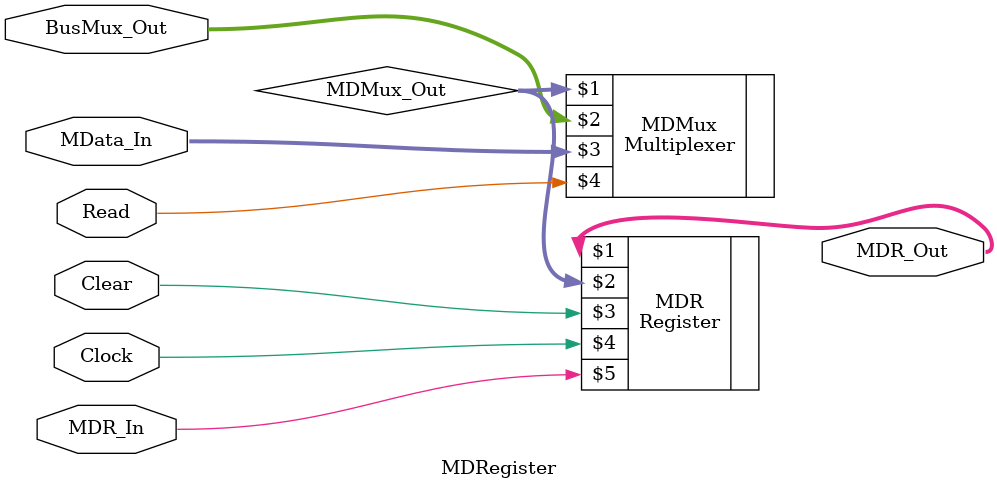
<source format=v>

module MDRegister (
	output [31:0] MDR_Out,
	input [31:0] BusMux_Out, MData_In,
	input Read, Clear, Clock, MDR_In
	);
  
	wire [31:0] MDMux_Out;
  
	Multiplexer MDMux (MDMux_Out, BusMux_Out, MData_In, Read);
	Register #(0) MDR (MDR_Out, MDMux_Out, Clear, Clock, MDR_In);
endmodule // MDRegister
</source>
